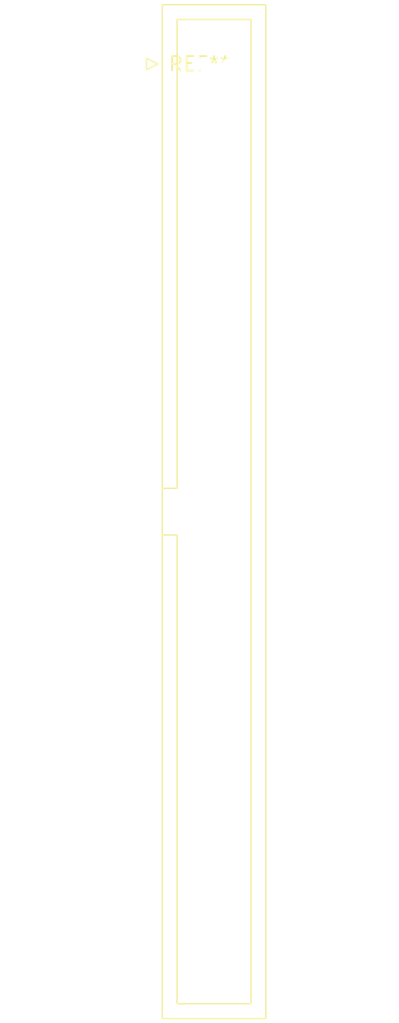
<source format=kicad_pcb>
(kicad_pcb (version 20240108) (generator pcbnew)
  (layers (0 "F.Cu" signal) (31 "B.Cu" signal) (34 "B.Paste" user) (35 "F.Paste" user) (36 "B.SilkS" user "B.Silkscreen") (37 "F.SilkS" user "F.Silkscreen") (38 "B.Mask" user) (39 "F.Mask" user) (44 "Edge.Cuts" user))
  (net 0 "")
  (footprint "IDC-Header_2x32_P2.54mm_Vertical" (layer "F.Cu") (at 0 0)
    (property "Reference" "REF**")
    (property "Value" "IDC-Header_2x32_P2.54mm_Vertical")
    (fp_line (start -4.68 -0.5) (end -4.68 0.5) (layer "F.SilkS") (stroke (width 0.12)))
    (fp_line (start -4.68 0.5) (end -3.68 0) (layer "F.SilkS") (stroke (width 0.12)))
    (fp_line (start -3.68 0) (end -4.68 -0.5) (layer "F.SilkS") (stroke (width 0.12)))
    (fp_line (start -3.29 -5.21) (end 5.83 -5.21) (layer "F.SilkS") (stroke (width 0.12)))
    (fp_line (start -3.29 37.32) (end -1.98 37.32) (layer "F.SilkS") (stroke (width 0.12)))
    (fp_line (start -3.29 83.95) (end -3.29 -5.21) (layer "F.SilkS") (stroke (width 0.12)))
    (fp_line (start -1.98 -3.91) (end 4.52 -3.91) (layer "F.SilkS") (stroke (width 0.12)))
    (fp_line (start -1.98 37.32) (end -1.98 -3.91) (layer "F.SilkS") (stroke (width 0.12)))
    (fp_line (start -1.98 41.42) (end -3.29 41.42) (layer "F.SilkS") (stroke (width 0.12)))
    (fp_line (start -1.98 41.42) (end -1.98 41.42) (layer "F.SilkS") (stroke (width 0.12)))
    (fp_line (start -1.98 82.65) (end -1.98 41.42) (layer "F.SilkS") (stroke (width 0.12)))
    (fp_line (start 4.52 -3.91) (end 4.52 82.65) (layer "F.SilkS") (stroke (width 0.12)))
    (fp_line (start 4.52 82.65) (end -1.98 82.65) (layer "F.SilkS") (stroke (width 0.12)))
    (fp_line (start 5.83 -5.21) (end 5.83 83.95) (layer "F.SilkS") (stroke (width 0.12)))
    (fp_line (start 5.83 83.95) (end -3.29 83.95) (layer "F.SilkS") (stroke (width 0.12)))
    (pad "1" thru_hole roundrect (at 0 0) (size 1.7 1.7) (drill 1) (layers *.Cu *.Mask) (remove_unused_layers) (roundrect_rratio 0.147059))
    (pad "2" thru_hole circle (at 2.54 0) (size 1.7 1.7) (drill 1) (layers *.Cu *.Mask) (remove_unused_layers))
    (pad "3" thru_hole circle (at 0 2.54) (size 1.7 1.7) (drill 1) (layers *.Cu *.Mask) (remove_unused_layers))
    (pad "4" thru_hole circle (at 2.54 2.54) (size 1.7 1.7) (drill 1) (layers *.Cu *.Mask) (remove_unused_layers))
    (pad "5" thru_hole circle (at 0 5.08) (size 1.7 1.7) (drill 1) (layers *.Cu *.Mask) (remove_unused_layers))
    (pad "6" thru_hole circle (at 2.54 5.08) (size 1.7 1.7) (drill 1) (layers *.Cu *.Mask) (remove_unused_layers))
    (pad "7" thru_hole circle (at 0 7.62) (size 1.7 1.7) (drill 1) (layers *.Cu *.Mask) (remove_unused_layers))
    (pad "8" thru_hole circle (at 2.54 7.62) (size 1.7 1.7) (drill 1) (layers *.Cu *.Mask) (remove_unused_layers))
    (pad "9" thru_hole circle (at 0 10.16) (size 1.7 1.7) (drill 1) (layers *.Cu *.Mask) (remove_unused_layers))
    (pad "10" thru_hole circle (at 2.54 10.16) (size 1.7 1.7) (drill 1) (layers *.Cu *.Mask) (remove_unused_layers))
    (pad "11" thru_hole circle (at 0 12.7) (size 1.7 1.7) (drill 1) (layers *.Cu *.Mask) (remove_unused_layers))
    (pad "12" thru_hole circle (at 2.54 12.7) (size 1.7 1.7) (drill 1) (layers *.Cu *.Mask) (remove_unused_layers))
    (pad "13" thru_hole circle (at 0 15.24) (size 1.7 1.7) (drill 1) (layers *.Cu *.Mask) (remove_unused_layers))
    (pad "14" thru_hole circle (at 2.54 15.24) (size 1.7 1.7) (drill 1) (layers *.Cu *.Mask) (remove_unused_layers))
    (pad "15" thru_hole circle (at 0 17.78) (size 1.7 1.7) (drill 1) (layers *.Cu *.Mask) (remove_unused_layers))
    (pad "16" thru_hole circle (at 2.54 17.78) (size 1.7 1.7) (drill 1) (layers *.Cu *.Mask) (remove_unused_layers))
    (pad "17" thru_hole circle (at 0 20.32) (size 1.7 1.7) (drill 1) (layers *.Cu *.Mask) (remove_unused_layers))
    (pad "18" thru_hole circle (at 2.54 20.32) (size 1.7 1.7) (drill 1) (layers *.Cu *.Mask) (remove_unused_layers))
    (pad "19" thru_hole circle (at 0 22.86) (size 1.7 1.7) (drill 1) (layers *.Cu *.Mask) (remove_unused_layers))
    (pad "20" thru_hole circle (at 2.54 22.86) (size 1.7 1.7) (drill 1) (layers *.Cu *.Mask) (remove_unused_layers))
    (pad "21" thru_hole circle (at 0 25.4) (size 1.7 1.7) (drill 1) (layers *.Cu *.Mask) (remove_unused_layers))
    (pad "22" thru_hole circle (at 2.54 25.4) (size 1.7 1.7) (drill 1) (layers *.Cu *.Mask) (remove_unused_layers))
    (pad "23" thru_hole circle (at 0 27.94) (size 1.7 1.7) (drill 1) (layers *.Cu *.Mask) (remove_unused_layers))
    (pad "24" thru_hole circle (at 2.54 27.94) (size 1.7 1.7) (drill 1) (layers *.Cu *.Mask) (remove_unused_layers))
    (pad "25" thru_hole circle (at 0 30.48) (size 1.7 1.7) (drill 1) (layers *.Cu *.Mask) (remove_unused_layers))
    (pad "26" thru_hole circle (at 2.54 30.48) (size 1.7 1.7) (drill 1) (layers *.Cu *.Mask) (remove_unused_layers))
    (pad "27" thru_hole circle (at 0 33.02) (size 1.7 1.7) (drill 1) (layers *.Cu *.Mask) (remove_unused_layers))
    (pad "28" thru_hole circle (at 2.54 33.02) (size 1.7 1.7) (drill 1) (layers *.Cu *.Mask) (remove_unused_layers))
    (pad "29" thru_hole circle (at 0 35.56) (size 1.7 1.7) (drill 1) (layers *.Cu *.Mask) (remove_unused_layers))
    (pad "30" thru_hole circle (at 2.54 35.56) (size 1.7 1.7) (drill 1) (layers *.Cu *.Mask) (remove_unused_layers))
    (pad "31" thru_hole circle (at 0 38.1) (size 1.7 1.7) (drill 1) (layers *.Cu *.Mask) (remove_unused_layers))
    (pad "32" thru_hole circle (at 2.54 38.1) (size 1.7 1.7) (drill 1) (layers *.Cu *.Mask) (remove_unused_layers))
    (pad "33" thru_hole circle (at 0 40.64) (size 1.7 1.7) (drill 1) (layers *.Cu *.Mask) (remove_unused_layers))
    (pad "34" thru_hole circle (at 2.54 40.64) (size 1.7 1.7) (drill 1) (layers *.Cu *.Mask) (remove_unused_layers))
    (pad "35" thru_hole circle (at 0 43.18) (size 1.7 1.7) (drill 1) (layers *.Cu *.Mask) (remove_unused_layers))
    (pad "36" thru_hole circle (at 2.54 43.18) (size 1.7 1.7) (drill 1) (layers *.Cu *.Mask) (remove_unused_layers))
    (pad "37" thru_hole circle (at 0 45.72) (size 1.7 1.7) (drill 1) (layers *.Cu *.Mask) (remove_unused_layers))
    (pad "38" thru_hole circle (at 2.54 45.72) (size 1.7 1.7) (drill 1) (layers *.Cu *.Mask) (remove_unused_layers))
    (pad "39" thru_hole circle (at 0 48.26) (size 1.7 1.7) (drill 1) (layers *.Cu *.Mask) (remove_unused_layers))
    (pad "40" thru_hole circle (at 2.54 48.26) (size 1.7 1.7) (drill 1) (layers *.Cu *.Mask) (remove_unused_layers))
    (pad "41" thru_hole circle (at 0 50.8) (size 1.7 1.7) (drill 1) (layers *.Cu *.Mask) (remove_unused_layers))
    (pad "42" thru_hole circle (at 2.54 50.8) (size 1.7 1.7) (drill 1) (layers *.Cu *.Mask) (remove_unused_layers))
    (pad "43" thru_hole circle (at 0 53.34) (size 1.7 1.7) (drill 1) (layers *.Cu *.Mask) (remove_unused_layers))
    (pad "44" thru_hole circle (at 2.54 53.34) (size 1.7 1.7) (drill 1) (layers *.Cu *.Mask) (remove_unused_layers))
    (pad "45" thru_hole circle (at 0 55.88) (size 1.7 1.7) (drill 1) (layers *.Cu *.Mask) (remove_unused_layers))
    (pad "46" thru_hole circle (at 2.54 55.88) (size 1.7 1.7) (drill 1) (layers *.Cu *.Mask) (remove_unused_layers))
    (pad "47" thru_hole circle (at 0 58.42) (size 1.7 1.7) (drill 1) (layers *.Cu *.Mask) (remove_unused_layers))
    (pad "48" thru_hole circle (at 2.54 58.42) (size 1.7 1.7) (drill 1) (layers *.Cu *.Mask) (remove_unused_layers))
    (pad "49" thru_hole circle (at 0 60.96) (size 1.7 1.7) (drill 1) (layers *.Cu *.Mask) (remove_unused_layers))
    (pad "50" thru_hole circle (at 2.54 60.96) (size 1.7 1.7) (drill 1) (layers *.Cu *.Mask) (remove_unused_layers))
    (pad "51" thru_hole circle (at 0 63.5) (size 1.7 1.7) (drill 1) (layers *.Cu *.Mask) (remove_unused_layers))
    (pad "52" thru_hole circle (at 2.54 63.5) (size 1.7 1.7) (drill 1) (layers *.Cu *.Mask) (remove_unused_layers))
    (pad "53" thru_hole circle (at 0 66.04) (size 1.7 1.7) (drill 1) (layers *.Cu *.Mask) (remove_unused_layers))
    (pad "54" thru_hole circle (at 2.54 66.04) (size 1.7 1.7) (drill 1) (layers *.Cu *.Mask) (remove_unused_layers))
    (pad "55" thru_hole circle (at 0 68.58) (size 1.7 1.7) (drill 1) (layers *.Cu *.Mask) (remove_unused_layers))
    (pad "56" thru_hole circle (at 2.54 68.58) (size 1.7 1.7) (drill 1) (layers *.Cu *.Mask) (remove_unused_layers))
    (pad "57" thru_hole circle (at 0 71.12) (size 1.7 1.7) (drill 1) (layers *.Cu *.Mask) (remove_unused_layers))
    (pad "58" thru_hole circle (at 2.54 71.12) (size 1.7 1.7) (drill 1) (layers *.Cu *.Mask) (remove_unused_layers))
    (pad "59" thru_hole circle (at 0 73.66) (size 1.7 1.7) (drill 1) (layers *.Cu *.Mask) (remove_unused_layers))
    (pad "60" thru_hole circle (at 2.54 73.66) (size 1.7 1.7) (drill 1) (layers *.Cu *.Mask) (remove_unused_layers))
    (pad "61" thru_hole circle (at 0 76.2) (size 1.7 1.7) (drill 1) (layers *.Cu *.Mask) (remove_unused_layers))
    (pad "62" thru_hole circle (at 2.54 76.2) (size 1.7 1.7) (drill 1) (layers *.Cu *.Mask) (remove_unused_layers))
    (pad "63" thru_hole circle (at 0 78.74) (size 1.7 1.7) (drill 1) (layers *.Cu *.Mask) (remove_unused_layers))
    (pad "64" thru_hole circle (at 2.54 78.74) (size 1.7 1.7) (drill 1) (layers *.Cu *.Mask) (remove_unused_layers))
  )
)
</source>
